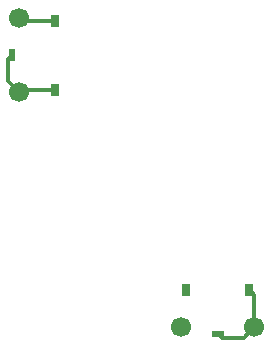
<source format=gbr>
G04 #@! TF.GenerationSoftware,KiCad,Pcbnew,6.0.1-79c1e3a40b~116~ubuntu20.04.1*
G04 #@! TF.CreationDate,2022-01-22T14:27:31+01:00*
G04 #@! TF.ProjectId,xy_stage,78795f73-7461-4676-952e-6b696361645f,rev?*
G04 #@! TF.SameCoordinates,Original*
G04 #@! TF.FileFunction,Copper,L1,Top*
G04 #@! TF.FilePolarity,Positive*
%FSLAX46Y46*%
G04 Gerber Fmt 4.6, Leading zero omitted, Abs format (unit mm)*
G04 Created by KiCad (PCBNEW 6.0.1-79c1e3a40b~116~ubuntu20.04.1) date 2022-01-22 14:27:31*
%MOMM*%
%LPD*%
G01*
G04 APERTURE LIST*
G04 Aperture macros list*
%AMOutline4P*
0 Free polygon, 4 corners , with rotation*
0 The origin of the aperture is its center*
0 number of corners: always 4*
0 $1 to $8 corner X, Y*
0 $9 Rotation angle, in degrees counterclockwise*
0 create outline with 4 corners*
4,1,4,$1,$2,$3,$4,$5,$6,$7,$8,$1,$2,$9*%
G04 Aperture macros list end*
G04 #@! TA.AperFunction,SMDPad,CuDef*
%ADD10Outline4P,-0.300000X-0.550000X0.300000X-0.550000X0.300000X0.550000X-0.300000X0.550000X0.000000*%
G04 #@! TD*
G04 #@! TA.AperFunction,SMDPad,CuDef*
%ADD11R,0.600000X1.000000*%
G04 #@! TD*
G04 #@! TA.AperFunction,SMDPad,CuDef*
%ADD12R,1.000000X0.600000*%
G04 #@! TD*
G04 #@! TA.AperFunction,ComponentPad*
%ADD13C,1.700000*%
G04 #@! TD*
G04 #@! TA.AperFunction,Conductor*
%ADD14C,0.300000*%
G04 #@! TD*
G04 APERTURE END LIST*
D10*
X86249999Y-100925000D03*
X86249999Y-95075000D03*
X102650000Y-117850000D03*
X97350000Y-117850000D03*
D11*
X82575000Y-98025000D03*
D12*
X100025000Y-121600000D03*
D13*
X83200000Y-101100000D03*
X83200000Y-94900000D03*
X103125000Y-121050000D03*
X96900000Y-121000000D03*
D14*
X83200000Y-101100000D02*
X82275000Y-100175000D01*
X82275000Y-100175000D02*
X82275000Y-98325000D01*
X83375000Y-100925000D02*
X86224991Y-100925000D01*
X82275000Y-98325000D02*
X82449991Y-98150009D01*
X83200000Y-101100000D02*
X83375000Y-100925000D01*
X83200000Y-94900000D02*
X83375000Y-95075000D01*
X83375000Y-95075000D02*
X86224991Y-95075000D01*
X102225000Y-121950000D02*
X100375000Y-121950000D01*
X103125000Y-121050000D02*
X103125000Y-118325000D01*
X103125000Y-121050000D02*
X102225000Y-121950000D01*
X100375000Y-121950000D02*
X100175009Y-121750009D01*
X103125000Y-118325000D02*
X102725009Y-117925009D01*
M02*

</source>
